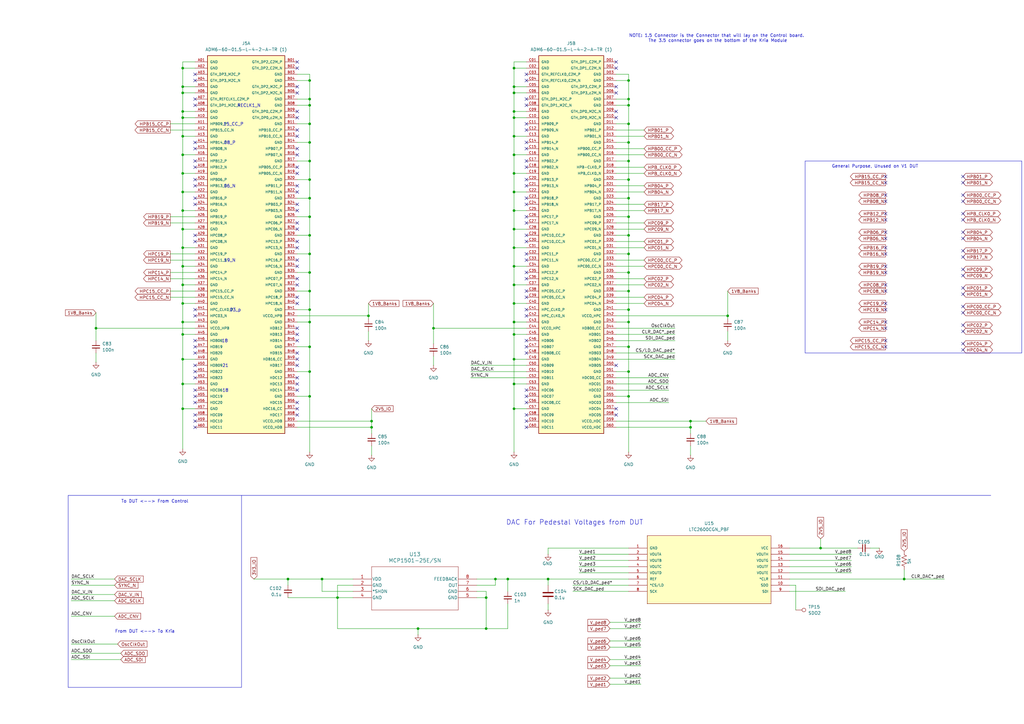
<source format=kicad_sch>
(kicad_sch (version 20250114) (generator "eeschema") (generator_version "9.0")
  (paper "A3")
  (rectangle (start 27.94 203.2) (end 99.06 281.94))
  (rectangle (start 330.2 66.04) (end 419.1 144.78))
  (text "21" (at 92.456 150.114 0) (effects (font (size 1.27 1.27))))
  (text "From DUT <--> To Kria" (at 59.436 259.08 0) (effects (font (size 1.27 1.27))))
  (text "06_N" (at 94.234 76.454 0) (effects (font (size 1.27 1.27))))
  (text "03_p\n" (at 96.52 127.254 0) (effects (font (size 1.27 1.27))))
  (text "General Purpose, Unused on V1 DUT" (at 358.902 68.326 0) (effects (font (size 1.27 1.27))))
  (text "08_P" (at 94.234 58.674 0) (effects (font (size 1.27 1.27))))
  (text "18" (at 92.202 139.954 0) (effects (font (size 1.27 1.27))))
  (text "NOTE: 1.5 Connector is the Connector that will lay on the Control board. \nThe 3.5 connector goes on the bottom of the Kria Module" (at 294.386 15.748 0) (effects (font (size 1.27 1.27))))
  (text "19_N" (at 94.234 106.934 0) (effects (font (size 1.27 1.27))))
  (text "15_CC_P\n" (at 95.758 51.054 0) (effects (font (size 1.27 1.27))))
  (text "18" (at 92.456 160.274 0) (effects (font (size 1.27 1.27))))
  (text "RECLK1_N" (at 102.108 43.434 0) (effects (font (size 1.27 1.27))))
  (text "To DUT <--> From Control" (at 63.5 205.74 0) (effects (font (size 1.27 1.27))))
  (text "DAC For Pedestal Voltages from DUT" (at 235.712 214.376 0) (effects (font (size 2 2))))
  (junction (at 210.82 78.74))
  (junction (at 210.82 86.36))
  (junction (at 74.93 109.22))
  (junction (at 171.45 257.81))
  (junction (at 74.93 27.94))
  (junction (at 177.8 134.62))
  (junction (at 74.93 93.98))
  (junction (at 257.81 104.14))
  (junction (at 74.93 132.08))
  (junction (at 152.4 175.26))
  (junction (at 210.82 55.88))
  (junction (at 74.93 124.46))
  (junction (at 39.37 134.62))
  (junction (at 208.28 237.49))
  (junction (at 210.82 124.46))
  (junction (at 74.93 48.26))
  (junction (at 210.82 167.64))
  (junction (at 257.81 127))
  (junction (at 127 58.42))
  (junction (at 257.81 119.38))
  (junction (at 199.39 257.81))
  (junction (at 210.82 137.16))
  (junction (at 127 111.76))
  (junction (at 127 81.28))
  (junction (at 127 127))
  (junction (at 74.93 137.16))
  (junction (at 74.93 167.64))
  (junction (at 210.82 71.12))
  (junction (at 257.81 152.4))
  (junction (at 210.82 109.22))
  (junction (at 210.82 93.98))
  (junction (at 257.81 40.64))
  (junction (at 257.81 58.42))
  (junction (at 210.82 157.48))
  (junction (at 138.43 245.11))
  (junction (at 210.82 63.5))
  (junction (at 199.39 245.11))
  (junction (at 151.13 129.54))
  (junction (at 132.08 237.49))
  (junction (at 257.81 43.18))
  (junction (at 127 152.4))
  (junction (at 74.93 86.36))
  (junction (at 74.93 147.32))
  (junction (at 210.82 35.56))
  (junction (at 257.81 96.52))
  (junction (at 127 43.18))
  (junction (at 127 132.08))
  (junction (at 257.81 81.28))
  (junction (at 257.81 33.02))
  (junction (at 74.93 38.1))
  (junction (at 127 66.04))
  (junction (at 127 162.56))
  (junction (at 127 104.14))
  (junction (at 210.82 147.32))
  (junction (at 127 119.38))
  (junction (at 283.21 175.26))
  (junction (at 74.93 63.5))
  (junction (at 74.93 35.56))
  (junction (at 257.81 50.8))
  (junction (at 74.93 78.74))
  (junction (at 210.82 27.94))
  (junction (at 370.84 237.49))
  (junction (at 210.82 116.84))
  (junction (at 127 96.52))
  (junction (at 283.21 172.72))
  (junction (at 152.4 172.72))
  (junction (at 257.81 162.56))
  (junction (at 127 88.9))
  (junction (at 336.55 224.79))
  (junction (at 74.93 101.6))
  (junction (at 257.81 66.04))
  (junction (at 127 142.24))
  (junction (at 74.93 157.48))
  (junction (at 224.79 237.49))
  (junction (at 257.81 142.24))
  (junction (at 257.81 73.66))
  (junction (at 74.93 71.12))
  (junction (at 210.82 48.26))
  (junction (at 127 33.02))
  (junction (at 74.93 45.72))
  (junction (at 257.81 132.08))
  (junction (at 298.45 129.54))
  (junction (at 127 73.66))
  (junction (at 203.2 237.49))
  (junction (at 127 40.64))
  (junction (at 257.81 111.76))
  (junction (at 74.93 55.88))
  (junction (at 210.82 38.1))
  (junction (at 210.82 45.72))
  (junction (at 127 50.8))
  (junction (at 210.82 132.08))
  (junction (at 118.11 237.49))
  (junction (at 257.81 88.9))
  (junction (at 210.82 101.6))
  (junction (at 74.93 116.84))
  (no_connect (at 215.9 127))
  (no_connect (at 121.92 137.16))
  (no_connect (at 252.73 170.18))
  (no_connect (at 215.9 83.82))
  (no_connect (at 252.73 45.72))
  (no_connect (at 394.97 135.89))
  (no_connect (at 252.73 167.64))
  (no_connect (at 80.01 68.58))
  (no_connect (at 215.9 60.96))
  (no_connect (at 80.01 33.02))
  (no_connect (at 121.92 27.94))
  (no_connect (at 80.01 172.72))
  (no_connect (at 215.9 106.68))
  (no_connect (at 363.22 116.84))
  (no_connect (at 80.01 76.2))
  (no_connect (at 394.97 82.55))
  (no_connect (at 121.92 101.6))
  (no_connect (at 80.01 152.4))
  (no_connect (at 80.01 142.24))
  (no_connect (at 215.9 160.02))
  (no_connect (at 363.22 132.08))
  (no_connect (at 80.01 127))
  (no_connect (at 121.92 167.64))
  (no_connect (at 363.22 134.62))
  (no_connect (at 121.92 106.68))
  (no_connect (at 215.9 43.18))
  (no_connect (at 80.01 43.18))
  (no_connect (at 215.9 170.18))
  (no_connect (at 121.92 38.1))
  (no_connect (at 121.92 83.82))
  (no_connect (at 80.01 60.96))
  (no_connect (at 252.73 48.26))
  (no_connect (at 394.97 97.79))
  (no_connect (at 121.92 91.44))
  (no_connect (at 252.73 38.1))
  (no_connect (at 363.22 72.39))
  (no_connect (at 121.92 109.22))
  (no_connect (at 394.97 95.25))
  (no_connect (at 80.01 162.56))
  (no_connect (at 215.9 129.54))
  (no_connect (at 121.92 35.56))
  (no_connect (at 121.92 55.88))
  (no_connect (at 121.92 121.92))
  (no_connect (at 121.92 71.12))
  (no_connect (at 215.9 175.26))
  (no_connect (at 121.92 116.84))
  (no_connect (at 121.92 160.02))
  (no_connect (at 215.9 88.9))
  (no_connect (at 121.92 144.78))
  (no_connect (at 394.97 102.87))
  (no_connect (at 394.97 133.35))
  (no_connect (at 394.97 87.63))
  (no_connect (at 363.22 90.17))
  (no_connect (at 121.92 68.58))
  (no_connect (at 215.9 111.76))
  (no_connect (at 121.92 93.98))
  (no_connect (at 215.9 119.38))
  (no_connect (at 394.97 125.73))
  (no_connect (at 215.9 66.04))
  (no_connect (at 215.9 114.3))
  (no_connect (at 121.92 60.96))
  (no_connect (at 80.01 144.78))
  (no_connect (at 121.92 99.06))
  (no_connect (at 394.97 90.17))
  (no_connect (at 363.22 127))
  (no_connect (at 215.9 121.92))
  (no_connect (at 363.22 109.22))
  (no_connect (at 363.22 87.63))
  (no_connect (at 394.97 120.65))
  (no_connect (at 80.01 96.52))
  (no_connect (at 80.01 58.42))
  (no_connect (at 363.22 80.01))
  (no_connect (at 252.73 149.86))
  (no_connect (at 121.92 147.32))
  (no_connect (at 215.9 73.66))
  (no_connect (at 394.97 140.97))
  (no_connect (at 363.22 95.25))
  (no_connect (at 80.01 149.86))
  (no_connect (at 394.97 113.03))
  (no_connect (at 121.92 165.1))
  (no_connect (at 121.92 86.36))
  (no_connect (at 121.92 157.48))
  (no_connect (at 121.92 48.26))
  (no_connect (at 215.9 40.64))
  (no_connect (at 215.9 33.02))
  (no_connect (at 121.92 25.4))
  (no_connect (at 363.22 139.7))
  (no_connect (at 252.73 35.56))
  (no_connect (at 394.97 80.01))
  (no_connect (at 215.9 68.58))
  (no_connect (at 215.9 172.72))
  (no_connect (at 363.22 142.24))
  (no_connect (at 121.92 114.3))
  (no_connect (at 394.97 74.93))
  (no_connect (at 363.22 104.14))
  (no_connect (at 121.92 170.18))
  (no_connect (at 215.9 76.2))
  (no_connect (at 121.92 63.5))
  (no_connect (at 215.9 81.28))
  (no_connect (at 394.97 110.49))
  (no_connect (at 121.92 45.72))
  (no_connect (at 363.22 101.6))
  (no_connect (at 80.01 66.04))
  (no_connect (at 121.92 139.7))
  (no_connect (at 363.22 111.76))
  (no_connect (at 215.9 165.1))
  (no_connect (at 80.01 129.54))
  (no_connect (at 252.73 27.94))
  (no_connect (at 215.9 99.06))
  (no_connect (at 215.9 162.56))
  (no_connect (at 215.9 104.14))
  (no_connect (at 363.22 82.55))
  (no_connect (at 363.22 124.46))
  (no_connect (at 215.9 144.78))
  (no_connect (at 80.01 139.7))
  (no_connect (at 121.92 134.62))
  (no_connect (at 215.9 58.42))
  (no_connect (at 80.01 73.66))
  (no_connect (at 394.97 128.27))
  (no_connect (at 215.9 50.8))
  (no_connect (at 121.92 154.94))
  (no_connect (at 394.97 118.11))
  (no_connect (at 252.73 25.4))
  (no_connect (at 363.22 74.93))
  (no_connect (at 215.9 96.52))
  (no_connect (at 80.01 30.48))
  (no_connect (at 394.97 105.41))
  (no_connect (at 121.92 76.2))
  (no_connect (at 394.97 72.39))
  (no_connect (at 363.22 97.79))
  (no_connect (at 121.92 78.74))
  (no_connect (at 80.01 83.82))
  (no_connect (at 80.01 154.94))
  (no_connect (at 215.9 53.34))
  (no_connect (at 363.22 119.38))
  (no_connect (at 121.92 149.86))
  (no_connect (at 215.9 139.7))
  (no_connect (at 121.92 53.34))
  (no_connect (at 80.01 175.26))
  (no_connect (at 215.9 91.44))
  (no_connect (at 80.01 81.28))
  (no_connect (at 80.01 40.64))
  (no_connect (at 80.01 170.18))
  (no_connect (at 394.97 143.51))
  (no_connect (at 80.01 160.02))
  (no_connect (at 215.9 142.24))
  (no_connect (at 80.01 99.06))
  (no_connect (at 121.92 124.46))
  (no_connect (at 80.01 165.1))
  (no_connect (at 215.9 30.48))
  (wire (pts (xy 118.11 237.49) (xy 132.08 237.49)))
  (wire (pts (xy 370.84 237.49) (xy 387.35 237.49)))
  (wire (pts (xy 74.93 78.74) (xy 74.93 86.36)))
  (wire (pts (xy 250.19 257.81) (xy 262.89 257.81)))
  (wire (pts (xy 127 127) (xy 121.92 127)))
  (wire (pts (xy 203.2 240.03) (xy 203.2 237.49)))
  (wire (pts (xy 237.49 232.41) (xy 257.81 232.41)))
  (wire (pts (xy 210.82 78.74) (xy 210.82 86.36)))
  (wire (pts (xy 252.73 144.78) (xy 276.86 144.78)))
  (wire (pts (xy 39.37 144.78) (xy 39.37 148.59)))
  (wire (pts (xy 210.82 45.72) (xy 210.82 48.26)))
  (wire (pts (xy 210.82 71.12) (xy 215.9 71.12)))
  (wire (pts (xy 127 50.8) (xy 121.92 50.8)))
  (wire (pts (xy 210.82 137.16) (xy 210.82 147.32)))
  (wire (pts (xy 210.82 132.08) (xy 215.9 132.08)))
  (wire (pts (xy 252.73 160.02) (xy 274.32 160.02)))
  (wire (pts (xy 127 132.08) (xy 127 142.24)))
  (wire (pts (xy 121.92 172.72) (xy 152.4 172.72)))
  (wire (pts (xy 127 50.8) (xy 127 58.42)))
  (wire (pts (xy 74.93 157.48) (xy 74.93 167.64)))
  (wire (pts (xy 237.49 234.95) (xy 257.81 234.95)))
  (wire (pts (xy 252.73 154.94) (xy 274.32 154.94)))
  (wire (pts (xy 252.73 139.7) (xy 276.86 139.7)))
  (wire (pts (xy 127 142.24) (xy 127 152.4)))
  (wire (pts (xy 257.81 30.48) (xy 257.81 33.02)))
  (wire (pts (xy 252.73 137.16) (xy 276.86 137.16)))
  (wire (pts (xy 224.79 224.79) (xy 257.81 224.79)))
  (wire (pts (xy 121.92 175.26) (xy 152.4 175.26)))
  (wire (pts (xy 252.73 172.72) (xy 283.21 172.72)))
  (wire (pts (xy 29.21 240.03) (xy 46.99 240.03)))
  (wire (pts (xy 177.8 146.05) (xy 177.8 149.86)))
  (wire (pts (xy 252.73 116.84) (xy 264.16 116.84)))
  (wire (pts (xy 210.82 124.46) (xy 215.9 124.46)))
  (wire (pts (xy 252.73 53.34) (xy 264.16 53.34)))
  (wire (pts (xy 69.85 114.3) (xy 80.01 114.3)))
  (wire (pts (xy 257.81 111.76) (xy 252.73 111.76)))
  (wire (pts (xy 210.82 147.32) (xy 215.9 147.32)))
  (wire (pts (xy 283.21 182.88) (xy 283.21 186.69)))
  (wire (pts (xy 74.93 38.1) (xy 80.01 38.1)))
  (wire (pts (xy 74.93 86.36) (xy 74.93 93.98)))
  (wire (pts (xy 127 104.14) (xy 127 111.76)))
  (wire (pts (xy 193.04 154.94) (xy 215.9 154.94)))
  (wire (pts (xy 210.82 38.1) (xy 210.82 45.72)))
  (wire (pts (xy 252.73 78.74) (xy 264.16 78.74)))
  (wire (pts (xy 74.93 93.98) (xy 74.93 101.6)))
  (wire (pts (xy 127 40.64) (xy 127 43.18)))
  (wire (pts (xy 74.93 35.56) (xy 80.01 35.56)))
  (wire (pts (xy 144.78 242.57) (xy 132.08 242.57)))
  (wire (pts (xy 29.21 252.73) (xy 46.99 252.73)))
  (wire (pts (xy 252.73 76.2) (xy 264.16 76.2)))
  (wire (pts (xy 127 43.18) (xy 127 50.8)))
  (wire (pts (xy 208.28 237.49) (xy 208.28 242.57)))
  (wire (pts (xy 69.85 53.34) (xy 80.01 53.34)))
  (wire (pts (xy 257.81 81.28) (xy 257.81 88.9)))
  (wire (pts (xy 257.81 152.4) (xy 257.81 162.56)))
  (wire (pts (xy 171.45 257.81) (xy 138.43 257.81)))
  (wire (pts (xy 171.45 257.81) (xy 171.45 260.35)))
  (wire (pts (xy 257.81 88.9) (xy 252.73 88.9)))
  (wire (pts (xy 39.37 134.62) (xy 39.37 139.7)))
  (wire (pts (xy 74.93 45.72) (xy 80.01 45.72)))
  (wire (pts (xy 210.82 35.56) (xy 210.82 38.1)))
  (wire (pts (xy 74.93 48.26) (xy 74.93 55.88)))
  (wire (pts (xy 234.95 240.03) (xy 257.81 240.03)))
  (wire (pts (xy 210.82 116.84) (xy 210.82 124.46)))
  (wire (pts (xy 127 152.4) (xy 127 162.56)))
  (wire (pts (xy 74.93 55.88) (xy 74.93 63.5)))
  (wire (pts (xy 257.81 33.02) (xy 252.73 33.02)))
  (wire (pts (xy 127 132.08) (xy 121.92 132.08)))
  (wire (pts (xy 224.79 247.65) (xy 224.79 250.19)))
  (wire (pts (xy 210.82 157.48) (xy 215.9 157.48)))
  (wire (pts (xy 323.85 227.33) (xy 349.25 227.33)))
  (wire (pts (xy 29.21 237.49) (xy 46.99 237.49)))
  (wire (pts (xy 29.21 270.51) (xy 49.53 270.51)))
  (wire (pts (xy 224.79 237.49) (xy 257.81 237.49)))
  (wire (pts (xy 323.85 242.57) (xy 346.71 242.57)))
  (wire (pts (xy 326.39 240.03) (xy 323.85 240.03)))
  (wire (pts (xy 252.73 101.6) (xy 264.16 101.6)))
  (wire (pts (xy 199.39 242.57) (xy 199.39 245.11)))
  (wire (pts (xy 210.82 93.98) (xy 215.9 93.98)))
  (wire (pts (xy 252.73 55.88) (xy 264.16 55.88)))
  (wire (pts (xy 210.82 27.94) (xy 210.82 35.56)))
  (wire (pts (xy 69.85 106.68) (xy 80.01 106.68)))
  (wire (pts (xy 152.4 182.88) (xy 152.4 186.69)))
  (wire (pts (xy 257.81 73.66) (xy 252.73 73.66)))
  (wire (pts (xy 127 81.28) (xy 121.92 81.28)))
  (wire (pts (xy 289.56 172.72) (xy 283.21 172.72)))
  (wire (pts (xy 74.93 116.84) (xy 74.93 124.46)))
  (wire (pts (xy 151.13 135.89) (xy 151.13 139.7)))
  (wire (pts (xy 127 162.56) (xy 127 185.42)))
  (wire (pts (xy 210.82 109.22) (xy 210.82 116.84)))
  (wire (pts (xy 199.39 245.11) (xy 199.39 257.81)))
  (wire (pts (xy 257.81 152.4) (xy 252.73 152.4)))
  (wire (pts (xy 252.73 71.12) (xy 264.16 71.12)))
  (wire (pts (xy 151.13 124.46) (xy 151.13 129.54)))
  (wire (pts (xy 210.82 157.48) (xy 210.82 167.64)))
  (wire (pts (xy 210.82 27.94) (xy 215.9 27.94)))
  (wire (pts (xy 257.81 111.76) (xy 257.81 119.38)))
  (wire (pts (xy 210.82 101.6) (xy 210.82 109.22)))
  (wire (pts (xy 257.81 104.14) (xy 257.81 111.76)))
  (wire (pts (xy 74.93 71.12) (xy 74.93 78.74)))
  (wire (pts (xy 252.73 91.44) (xy 264.16 91.44)))
  (wire (pts (xy 74.93 124.46) (xy 74.93 132.08)))
  (wire (pts (xy 127 88.9) (xy 121.92 88.9)))
  (wire (pts (xy 132.08 237.49) (xy 144.78 237.49)))
  (wire (pts (xy 257.81 66.04) (xy 257.81 73.66)))
  (wire (pts (xy 250.19 273.05) (xy 262.89 273.05)))
  (wire (pts (xy 74.93 78.74) (xy 80.01 78.74)))
  (wire (pts (xy 210.82 35.56) (xy 215.9 35.56)))
  (wire (pts (xy 252.73 86.36) (xy 264.16 86.36)))
  (wire (pts (xy 298.45 129.54) (xy 298.45 130.81)))
  (wire (pts (xy 104.14 237.49) (xy 118.11 237.49)))
  (wire (pts (xy 298.45 135.89) (xy 298.45 139.7)))
  (wire (pts (xy 127 96.52) (xy 121.92 96.52)))
  (wire (pts (xy 177.8 134.62) (xy 215.9 134.62)))
  (wire (pts (xy 257.81 81.28) (xy 252.73 81.28)))
  (wire (pts (xy 138.43 240.03) (xy 144.78 240.03)))
  (wire (pts (xy 252.73 63.5) (xy 264.16 63.5)))
  (wire (pts (xy 203.2 237.49) (xy 208.28 237.49)))
  (wire (pts (xy 74.93 137.16) (xy 80.01 137.16)))
  (wire (pts (xy 210.82 101.6) (xy 215.9 101.6)))
  (wire (pts (xy 127 33.02) (xy 127 40.64)))
  (wire (pts (xy 283.21 175.26) (xy 283.21 172.72)))
  (wire (pts (xy 74.93 55.88) (xy 80.01 55.88)))
  (wire (pts (xy 127 142.24) (xy 121.92 142.24)))
  (wire (pts (xy 127 66.04) (xy 121.92 66.04)))
  (wire (pts (xy 177.8 124.46) (xy 177.8 134.62)))
  (wire (pts (xy 127 58.42) (xy 121.92 58.42)))
  (wire (pts (xy 323.85 229.87) (xy 349.25 229.87)))
  (wire (pts (xy 250.19 265.43) (xy 262.89 265.43)))
  (wire (pts (xy 152.4 175.26) (xy 152.4 177.8)))
  (wire (pts (xy 336.55 224.79) (xy 351.79 224.79)))
  (wire (pts (xy 127 162.56) (xy 121.92 162.56)))
  (wire (pts (xy 257.81 30.48) (xy 252.73 30.48)))
  (wire (pts (xy 74.93 167.64) (xy 74.93 184.15)))
  (wire (pts (xy 121.92 129.54) (xy 151.13 129.54)))
  (wire (pts (xy 210.82 137.16) (xy 215.9 137.16)))
  (wire (pts (xy 74.93 93.98) (xy 80.01 93.98)))
  (wire (pts (xy 177.8 134.62) (xy 177.8 140.97)))
  (wire (pts (xy 210.82 38.1) (xy 215.9 38.1)))
  (wire (pts (xy 257.81 142.24) (xy 257.81 152.4)))
  (wire (pts (xy 257.81 73.66) (xy 257.81 81.28)))
  (wire (pts (xy 356.87 224.79) (xy 360.68 224.79)))
  (wire (pts (xy 127 33.02) (xy 121.92 33.02)))
  (wire (pts (xy 210.82 86.36) (xy 210.82 93.98)))
  (wire (pts (xy 257.81 88.9) (xy 257.81 96.52)))
  (wire (pts (xy 208.28 257.81) (xy 199.39 257.81)))
  (wire (pts (xy 127 88.9) (xy 127 96.52)))
  (wire (pts (xy 127 30.48) (xy 121.92 30.48)))
  (wire (pts (xy 127 40.64) (xy 121.92 40.64)))
  (wire (pts (xy 29.21 264.16) (xy 48.26 264.16)))
  (wire (pts (xy 127 119.38) (xy 127 127)))
  (wire (pts (xy 210.82 86.36) (xy 215.9 86.36)))
  (wire (pts (xy 69.85 104.14) (xy 80.01 104.14)))
  (wire (pts (xy 127 152.4) (xy 121.92 152.4)))
  (wire (pts (xy 257.81 96.52) (xy 252.73 96.52)))
  (wire (pts (xy 252.73 165.1) (xy 274.32 165.1)))
  (wire (pts (xy 224.79 227.33) (xy 224.79 224.79)))
  (wire (pts (xy 69.85 111.76) (xy 80.01 111.76)))
  (wire (pts (xy 127 119.38) (xy 121.92 119.38)))
  (wire (pts (xy 257.81 40.64) (xy 257.81 43.18)))
  (wire (pts (xy 210.82 109.22) (xy 215.9 109.22)))
  (wire (pts (xy 127 111.76) (xy 127 119.38)))
  (wire (pts (xy 237.49 227.33) (xy 257.81 227.33)))
  (wire (pts (xy 252.73 175.26) (xy 283.21 175.26)))
  (wire (pts (xy 323.85 237.49) (xy 370.84 237.49)))
  (wire (pts (xy 250.19 280.67) (xy 262.89 280.67)))
  (wire (pts (xy 252.73 129.54) (xy 298.45 129.54)))
  (wire (pts (xy 74.93 137.16) (xy 74.93 147.32)))
  (wire (pts (xy 252.73 99.06) (xy 264.16 99.06)))
  (wire (pts (xy 210.82 63.5) (xy 215.9 63.5)))
  (wire (pts (xy 210.82 124.46) (xy 210.82 132.08)))
  (wire (pts (xy 127 73.66) (xy 121.92 73.66)))
  (wire (pts (xy 127 66.04) (xy 127 73.66)))
  (wire (pts (xy 74.93 124.46) (xy 80.01 124.46)))
  (wire (pts (xy 132.08 242.57) (xy 132.08 237.49)))
  (wire (pts (xy 127 111.76) (xy 121.92 111.76)))
  (wire (pts (xy 74.93 132.08) (xy 74.93 137.16)))
  (wire (pts (xy 257.81 162.56) (xy 257.81 185.42)))
  (wire (pts (xy 326.39 240.03) (xy 326.39 250.19)))
  (wire (pts (xy 69.85 121.92) (xy 80.01 121.92)))
  (wire (pts (xy 138.43 245.11) (xy 144.78 245.11)))
  (wire (pts (xy 252.73 114.3) (xy 264.16 114.3)))
  (wire (pts (xy 234.95 242.57) (xy 257.81 242.57)))
  (wire (pts (xy 127 127) (xy 127 132.08)))
  (wire (pts (xy 252.73 68.58) (xy 264.16 68.58)))
  (wire (pts (xy 29.21 246.38) (xy 46.99 246.38)))
  (wire (pts (xy 224.79 237.49) (xy 224.79 240.03)))
  (wire (pts (xy 74.93 38.1) (xy 74.93 45.72)))
  (wire (pts (xy 127 104.14) (xy 121.92 104.14)))
  (wire (pts (xy 257.81 58.42) (xy 252.73 58.42)))
  (wire (pts (xy 257.81 132.08) (xy 257.81 142.24)))
  (wire (pts (xy 74.93 45.72) (xy 74.93 48.26)))
  (wire (pts (xy 283.21 175.26) (xy 283.21 177.8)))
  (wire (pts (xy 39.37 128.27) (xy 39.37 134.62)))
  (wire (pts (xy 210.82 48.26) (xy 210.82 55.88)))
  (wire (pts (xy 210.82 25.4) (xy 210.82 27.94)))
  (wire (pts (xy 151.13 129.54) (xy 151.13 130.81)))
  (wire (pts (xy 29.21 267.97) (xy 49.53 267.97)))
  (wire (pts (xy 195.58 237.49) (xy 203.2 237.49)))
  (wire (pts (xy 257.81 132.08) (xy 252.73 132.08)))
  (polyline (pts (xy 99.06 203.2) (xy 406.4 203.2)))
  (wire (pts (xy 252.73 60.96) (xy 264.16 60.96)))
  (wire (pts (xy 336.55 220.98) (xy 336.55 224.79)))
  (wire (pts (xy 252.73 109.22) (xy 264.16 109.22)))
  (wire (pts (xy 127 73.66) (xy 127 81.28)))
  (wire (pts (xy 74.93 27.94) (xy 74.93 35.56)))
  (wire (pts (xy 210.82 167.64) (xy 210.82 185.42)))
  (wire (pts (xy 208.28 237.49) (xy 224.79 237.49)))
  (wire (pts (xy 257.81 40.64) (xy 252.73 40.64)))
  (wire (pts (xy 210.82 25.4) (xy 215.9 25.4)))
  (wire (pts (xy 257.81 50.8) (xy 257.81 58.42)))
  (wire (pts (xy 138.43 257.81) (xy 138.43 245.11)))
  (wire (pts (xy 210.82 71.12) (xy 210.82 78.74)))
  (wire (pts (xy 74.93 25.4) (xy 74.93 27.94)))
  (wire (pts (xy 252.73 157.48) (xy 274.32 157.48)))
  (wire (pts (xy 323.85 224.79) (xy 336.55 224.79)))
  (wire (pts (xy 252.73 83.82) (xy 264.16 83.82)))
  (wire (pts (xy 252.73 134.62) (xy 276.86 134.62)))
  (wire (pts (xy 74.93 63.5) (xy 74.93 71.12)))
  (wire (pts (xy 152.4 175.26) (xy 152.4 172.72)))
  (wire (pts (xy 210.82 55.88) (xy 215.9 55.88)))
  (wire (pts (xy 195.58 242.57) (xy 199.39 242.57)))
  (wire (pts (xy 210.82 116.84) (xy 215.9 116.84)))
  (wire (pts (xy 210.82 45.72) (xy 215.9 45.72)))
  (wire (pts (xy 74.93 167.64) (xy 80.01 167.64)))
  (wire (pts (xy 127 81.28) (xy 127 88.9)))
  (wire (pts (xy 252.73 106.68) (xy 264.16 106.68)))
  (wire (pts (xy 195.58 245.11) (xy 199.39 245.11)))
  (wire (pts (xy 252.73 93.98) (xy 264.16 93.98)))
  (wire (pts (xy 193.04 149.86) (xy 215.9 149.86)))
  (wire (pts (xy 252.73 121.92) (xy 264.16 121.92)))
  (wire (pts (xy 210.82 55.88) (xy 210.82 63.5)))
  (wire (pts (xy 257.81 58.42) (xy 257.81 66.04)))
  (wire (pts (xy 298.45 119.38) (xy 298.45 129.54)))
  (wire (pts (xy 257.81 43.18) (xy 252.73 43.18)))
  (wire (pts (xy 210.82 167.64) (xy 215.9 167.64)))
  (wire (pts (xy 257.81 119.38) (xy 252.73 119.38)))
  (wire (pts (xy 74.93 86.36) (xy 80.01 86.36)))
  (wire (pts (xy 74.93 109.22) (xy 74.93 116.84)))
  (wire (pts (xy 69.85 91.44) (xy 80.01 91.44)))
  (wire (pts (xy 74.93 27.94) (xy 80.01 27.94)))
  (wire (pts (xy 257.81 162.56) (xy 252.73 162.56)))
  (wire (pts (xy 257.81 127) (xy 257.81 132.08)))
  (wire (pts (xy 69.85 50.8) (xy 80.01 50.8)))
  (wire (pts (xy 210.82 147.32) (xy 210.82 157.48)))
  (wire (pts (xy 74.93 132.08) (xy 80.01 132.08)))
  (wire (pts (xy 127 58.42) (xy 127 66.04)))
  (wire (pts (xy 74.93 157.48) (xy 80.01 157.48)))
  (wire (pts (xy 193.04 152.4) (xy 215.9 152.4)))
  (wire (pts (xy 138.43 245.11) (xy 138.43 240.03)))
  (wire (pts (xy 74.93 101.6) (xy 80.01 101.6)))
  (wire (pts (xy 252.73 124.46) (xy 264.16 124.46)))
  (wire (pts (xy 152.4 167.64) (xy 152.4 172.72)))
  (wire (pts (xy 171.45 257.81) (xy 199.39 257.81)))
  (wire (pts (xy 257.81 96.52) (xy 257.81 104.14)))
  (wire (pts (xy 257.81 119.38) (xy 257.81 127)))
  (wire (pts (xy 237.49 229.87) (xy 257.81 229.87)))
  (wire (pts (xy 74.93 147.32) (xy 74.93 157.48)))
  (wire (pts (xy 127 96.52) (xy 127 104.14)))
  (wire (pts (xy 74.93 109.22) (xy 80.01 109.22)))
  (wire (pts (xy 257.81 66.04) (xy 252.73 66.04)))
  (wire (pts (xy 118.11 237.49) (xy 118.11 240.03)))
  (wire (pts (xy 257.81 104.14) (xy 252.73 104.14)))
  (wire (pts (xy 257.81 142.24) (xy 252.73 142.24)))
  (wire (pts (xy 257.81 127) (xy 252.73 127)))
  (wire (pts (xy 257.81 50.8) (xy 252.73 50.8)))
  (wire (pts (xy 250.19 262.89) (xy 262.89 262.89)))
  (wire (pts (xy 210.82 132.08) (xy 210.82 137.16)))
  (wire (pts (xy 74.93 101.6) (xy 74.93 109.22)))
  (wire (pts (xy 69.85 88.9) (xy 80.01 88.9)))
  (wire (pts (xy 118.11 245.11) (xy 138.43 245.11)))
  (wire (pts (xy 210.82 78.74) (xy 215.9 78.74)))
  (wire (pts (xy 257.81 43.18) (xy 257.81 50.8)))
  (wire (pts (xy 208.28 247.65) (xy 208.28 257.81)))
  (wire (pts (xy 74.93 25.4) (xy 80.01 25.4)))
  (wire (pts (xy 195.58 240.03) (xy 203.2 240.03)))
  (wire (pts (xy 29.21 243.84) (xy 46.99 243.84)))
  (wire (pts (xy 250.19 278.13) (xy 262.89 278.13)))
  (wire (pts (xy 210.82 93.98) (xy 210.82 101.6)))
  (wire (pts (xy 74.93 48.26) (xy 80.01 48.26)))
  (wire (pts (xy 127 43.18) (xy 121.92 43.18)))
  (wire (pts (xy 74.93 35.56) (xy 74.93 38.1)))
  (wire (pts (xy 323.85 232.41) (xy 349.25 232.41)))
  (wire (pts (xy 250.19 270.51) (xy 262.89 270.51)))
  (wire (pts (xy 210.82 63.5) (xy 210.82 71.12)))
  (wire (pts (xy 74.93 63.5) (xy 80.01 63.5)))
  (wire (pts (xy 210.82 48.26) (xy 215.9 48.26)))
  (wire (pts (xy 257.81 33.02) (xy 257.81 40.64)))
  (wire (pts (xy 127 30.48) (xy 127 33.02)))
  (wire (pts (xy 69.85 119.38) (xy 80.01 119.38)))
  (wire (pts (xy 250.19 255.27) (xy 262.89 255.27)))
  (wire (pts (xy 74.93 116.84) (xy 80.01 116.84)))
  (wire (pts (xy 323.85 234.95) (xy 349.25 234.95)))
  (wire (pts (xy 252.73 147.32) (xy 276.86 147.32)))
  (wire (pts (xy 74.93 71.12) (xy 80.01 71.12)))
  (wire (pts (xy 39.37 134.62) (xy 80.01 134.62)))
  (wire (pts (xy 370.84 233.68) (xy 370.84 237.49)))
  (wire (pts (xy 74.93 147.32) (xy 80.01 147.32)))
  (label "V_ped2" (at 237.49 229.87 0))
  (label "V_ped5" (at 349.25 234.95 180))
  (label "CLR_DAC*_ped" (at 387.35 237.49 180))
  (label "SCK_DAC_ped" (at 234.95 242.57 0))
  (label "OscClkOut" (at 29.21 264.16 0))
  (label "V_ped4" (at 237.49 234.95 0))
  (label "V_ped6" (at 262.89 262.89 180))
  (label "SYNC_N" (at 29.21 240.03 0))
  (label "DAC_V_IN" (at 29.21 243.84 0))
  (label "ADC_CNV" (at 29.21 252.73 0))
  (label "V_ped7" (at 349.25 229.87 180))
  (label "V_ped1" (at 237.49 227.33 0))
  (label "V_ped7" (at 262.89 257.81 180))
  (label "CLR_DAC*_ped" (at 276.86 137.16 180))
  (label "V_ped8" (at 349.25 227.33 180))
  (label "OscClkOut" (at 276.86 134.62 180))
  (label "ADC_SDI" (at 274.32 165.1 180))
  (label "ADC_SCLK" (at 274.32 160.02 180))
  (label "V_ped5" (at 262.89 265.43 180))
  (label "ADC_CNV" (at 274.32 154.94 180))
  (label "V_ped1" (at 262.89 280.67 180))
  (label "V_ped2" (at 262.89 278.13 180))
  (label "SCK_DAC_ped" (at 276.86 147.32 180))
  (label "SYNC_N" (at 193.04 154.94 0))
  (label "ADC_SDO" (at 274.32 157.48 180))
  (label "V_ped6" (at 349.25 232.41 180))
  (label "CS{slash}LD_DAC_ped*" (at 234.95 240.03 0))
  (label "V_ped3" (at 237.49 232.41 0))
  (label "ADC_SDO" (at 29.21 267.97 0))
  (label "V_ped4" (at 262.89 270.51 180))
  (label "DAC_SCLK" (at 29.21 237.49 0))
  (label "ADC_SDI" (at 29.21 270.51 0))
  (label "DAC_SCLK" (at 193.04 152.4 0))
  (label "CS{slash}LD_DAC_ped*" (at 276.86 144.78 180))
  (label "DAC_V_IN" (at 193.04 149.86 0))
  (label "V_ped8" (at 262.89 255.27 180))
  (label "SDI_DAC_ped" (at 276.86 139.7 180))
  (label "ADC_SCLK" (at 29.21 246.38 0))
  (label "SDI_DAC_ped" (at 346.71 242.57 180))
  (label "V_ped3" (at 262.89 273.05 180))
  (global_label "1V8_Banks" (shape input) (at 289.56 172.72 0) (property "Intersheetrefs" "${INTERSHEET_REFS}" (effects (hide yes))))
  (global_label "HPC04_P" (shape bidirectional) (at 264.16 121.92 0) (property "Intersheetrefs" "${INTERSHEET_REFS}" (effects (hide yes))))
  (global_label "HPB15_CC_P" (shape output) (at 69.85 50.8 180) (property "Intersheetrefs" "${INTERSHEET_REFS}" (effects (hide yes))))
  (global_label "HPC19_N" (shape output) (at 69.85 106.68 180) (property "Intersheetrefs" "${INTERSHEET_REFS}" (effects (hide yes))))
  (global_label "HPB15_CC_N" (shape output) (at 69.85 53.34 180) (property "Intersheetrefs" "${INTERSHEET_REFS}" (effects (hide yes))))
  (global_label "HPC02_N" (shape bidirectional) (at 394.97 135.89 0) (property "Intersheetrefs" "${INTERSHEET_REFS}" (effects (hide yes))))
  (global_label "HPB01_P" (shape bidirectional) (at 394.97 72.39 0) (property "Intersheetrefs" "${INTERSHEET_REFS}" (effects (hide yes))))
  (global_label "HPB_CLK0_P" (shape bidirectional) (at 394.97 87.63 0) (property "Intersheetrefs" "${INTERSHEET_REFS}" (effects (hide yes))))
  (global_label "HPC00_CC_P" (shape bidirectional) (at 394.97 125.73 0) (property "Intersheetrefs" "${INTERSHEET_REFS}" (effects (hide yes))))
  (global_label "HPC02_P" (shape bidirectional) (at 264.16 114.3 0) (property "Intersheetrefs" "${INTERSHEET_REFS}" (effects (hide yes))))
  (global_label "HPB_CLK0_P" (shape bidirectional) (at 264.16 68.58 0) (property "Intersheetrefs" "${INTERSHEET_REFS}" (effects (hide yes))))
  (global_label "SYNC_N" (shape input) (at 46.99 240.03 0) (property "Intersheetrefs" "${INTERSHEET_REFS}" (effects (hide yes))))
  (global_label "HPC09_N" (shape bidirectional) (at 394.97 113.03 0) (property "Intersheetrefs" "${INTERSHEET_REFS}" (effects (hide yes))))
  (global_label "1V8_Banks" (shape input) (at 298.45 119.38 0) (property "Intersheetrefs" "${INTERSHEET_REFS}" (effects (hide yes))))
  (global_label "3V3_IO" (shape input) (at 104.14 237.49 90) (property "Intersheetrefs" "${INTERSHEET_REFS}" (effects (hide yes))))
  (global_label "1V8_Banks" (shape input) (at 39.37 128.27 180) (property "Intersheetrefs" "${INTERSHEET_REFS}" (effects (hide yes))))
  (global_label "HPC04_N" (shape bidirectional) (at 264.16 124.46 0) (property "Intersheetrefs" "${INTERSHEET_REFS}" (effects (hide yes))))
  (global_label "V_ped5" (shape input) (at 250.19 265.43 180) (property "Intersheetrefs" "${INTERSHEET_REFS}" (effects (hide yes))))
  (global_label "ADC_SCLK" (shape input) (at 46.99 246.38 0) (property "Intersheetrefs" "${INTERSHEET_REFS}" (effects (hide yes))))
  (global_label "V_ped8" (shape input) (at 250.19 255.27 180) (property "Intersheetrefs" "${INTERSHEET_REFS}" (effects (hide yes))))
  (global_label "HPB17_N" (shape bidirectional) (at 394.97 105.41 0) (property "Intersheetrefs" "${INTERSHEET_REFS}" (effects (hide yes))))
  (global_label "HPB08_P" (shape output) (at 363.22 80.01 180) (property "Intersheetrefs" "${INTERSHEET_REFS}" (effects (hide yes))))
  (global_label "ADC_CNV" (shape input) (at 46.99 252.73 0) (property "Intersheetrefs" "${INTERSHEET_REFS}" (effects (hide yes))))
  (global_label "HPB19_N" (shape output) (at 363.22 111.76 180) (property "Intersheetrefs" "${INTERSHEET_REFS}" (effects (hide yes))))
  (global_label "ADC_SDO" (shape input) (at 49.53 267.97 0) (property "Intersheetrefs" "${INTERSHEET_REFS}" (effects (hide yes))))
  (global_label "HPB_CLK0_N" (shape bidirectional) (at 264.16 71.12 0) (property "Intersheetrefs" "${INTERSHEET_REFS}" (effects (hide yes))))
  (global_label "HPB01_N" (shape bidirectional) (at 264.16 55.88 0) (property "Intersheetrefs" "${INTERSHEET_REFS}" (effects (hide yes))))
  (global_label "HPC00_CC_N" (shape bidirectional) (at 394.97 128.27 0) (property "Intersheetrefs" "${INTERSHEET_REFS}" (effects (hide yes))))
  (global_label "V_ped1" (shape input) (at 250.19 280.67 180) (property "Intersheetrefs" "${INTERSHEET_REFS}" (effects (hide yes))))
  (global_label "HPB19_P" (shape output) (at 69.85 88.9 180) (property "Intersheetrefs" "${INTERSHEET_REFS}" (effects (hide yes))))
  (global_label "HPB16_P" (shape output) (at 363.22 101.6 180) (property "Intersheetrefs" "${INTERSHEET_REFS}" (effects (hide yes))))
  (global_label "HPC02_P" (shape bidirectional) (at 394.97 133.35 0) (property "Intersheetrefs" "${INTERSHEET_REFS}" (effects (hide yes))))
  (global_label "DAC_V_IN" (shape input) (at 46.99 243.84 0) (property "Intersheetrefs" "${INTERSHEET_REFS}" (effects (hide yes))))
  (global_label "HPB01_N" (shape bidirectional) (at 394.97 74.93 0) (property "Intersheetrefs" "${INTERSHEET_REFS}" (effects (hide yes))))
  (global_label "1V8_Banks" (shape input) (at 177.8 124.46 180) (property "Intersheetrefs" "${INTERSHEET_REFS}" (effects (hide yes))))
  (global_label "HPC01_N" (shape bidirectional) (at 264.16 101.6 0) (property "Intersheetrefs" "${INTERSHEET_REFS}" (effects (hide yes))))
  (global_label "HPB19_N" (shape output) (at 69.85 91.44 180) (property "Intersheetrefs" "${INTERSHEET_REFS}" (effects (hide yes))))
  (global_label "HPB17_P" (shape bidirectional) (at 264.16 83.82 0) (property "Intersheetrefs" "${INTERSHEET_REFS}" (effects (hide yes))))
  (global_label "2V5_IO" (shape input) (at 152.4 167.64 0) (property "Intersheetrefs" "${INTERSHEET_REFS}" (effects (hide yes))))
  (global_label "V_ped6" (shape input) (at 250.19 262.89 180) (property "Intersheetrefs" "${INTERSHEET_REFS}" (effects (hide yes))))
  (global_label "V_ped3" (shape input) (at 250.19 273.05 180) (property "Intersheetrefs" "${INTERSHEET_REFS}" (effects (hide yes))))
  (global_label "HPB00_CC_P" (shape bidirectional) (at 264.16 60.96 0) (property "Intersheetrefs" "${INTERSHEET_REFS}" (effects (hide yes))))
  (global_label "HPB15_CC_P" (shape output) (at 363.22 72.39 180) (property "Intersheetrefs" "${INTERSHEET_REFS}" (effects (hide yes))))
  (global_label "HPC19_P" (shape output) (at 363.22 124.46 180) (property "Intersheetrefs" "${INTERSHEET_REFS}" (effects (hide yes))))
  (global_label "HPB12_P" (shape output) (at 363.22 87.63 180) (property "Intersheetrefs" "${INTERSHEET_REFS}" (effects (hide yes))))
  (global_label "HPB04_P" (shape bidirectional) (at 394.97 95.25 0) (property "Intersheetrefs" "${INTERSHEET_REFS}" (effects (hide yes))))
  (global_label "ADC_SDI" (shape input) (at 49.53 270.51 0) (property "Intersheetrefs" "${INTERSHEET_REFS}" (effects (hide yes))))
  (global_label "HPB04_N" (shape bidirectional) (at 394.97 97.79 0) (property "Intersheetrefs" "${INTERSHEET_REFS}" (effects (hide yes))))
  (global_label "V_ped4" (shape input) (at 250.19 270.51 180) (property "Intersheetrefs" "${INTERSHEET_REFS}" (effects (hide yes))))
  (global_label "HPC15_CC_P" (shape output) (at 363.22 139.7 180) (property "Intersheetrefs" "${INTERSHEET_REFS}" (effects (hide yes))))
  (global_label "HPB16_N" (shape output) (at 363.22 104.14 180) (property "Intersheetrefs" "${INTERSHEET_REFS}" (effects (hide yes))))
  (global_label "HPB01_P" (shape bidirectional) (at 264.16 53.34 0) (property "Intersheetrefs" "${INTERSHEET_REFS}" (effects (hide yes))))
  (global_label "HPB15_CC_N" (shape output) (at 363.22 74.93 180) (property "Intersheetrefs" "${INTERSHEET_REFS}" (effects (hide yes))))
  (global_label "HPB06_P" (shape output) (at 363.22 95.25 180) (property "Intersheetrefs" "${INTERSHEET_REFS}" (effects (hide yes))))
  (global_label "2V5_IO" (shape input) (at 336.55 220.98 90) (property "Intersheetrefs" "${INTERSHEET_REFS}" (effects (hide yes))))
  (global_label "HPC15_CC_N" (shape output) (at 69.85 121.92 180) (property "Intersheetrefs" "${INTERSHEET_REFS}" (effects (hide yes))))
  (global_label "HPC09_P" (shape bidirectional) (at 264.16 91.44 0) (property "Intersheetrefs" "${INTERSHEET_REFS}" (effects (hide yes))))
  (global_label "HPB12_N" (shape output) (at 363.22 90.17 180) (property "Intersheetrefs" "${INTERSHEET_REFS}" (effects (hide yes))))
  (global_label "HPC00_CC_P" (shape bidirectional) (at 264.16 106.68 0) (property "Intersheetrefs" "${INTERSHEET_REFS}" (effects (hide yes))))
  (global_label "HPB_CLK0_N" (shape bidirectional) (at 394.97 90.17 0) (property "Intersheetrefs" "${INTERSHEET_REFS}" (effects (hide yes))))
  (global_label "HPC15_CC_N" (shape output) (at 363.22 142.24 180) (property "Intersheetrefs" "${INTERSHEET_REFS}" (effects (hide yes))))
  (global_label "HPC01_P" (shape bidirectional) (at 264.16 99.06 0) (property "Intersheetrefs" "${INTERSHEET_REFS}" (effects (hide yes))))
  (global_label "HPC15_CC_P" (shape output) (at 69.85 119.38 180) (property "Intersheetrefs" "${INTERSHEET_REFS}" (effects (hide yes))))
  (global_label "V_ped2" (shape input) (at 250.19 278.13 180) (property "Intersheetrefs" "${INTERSHEET_REFS}" (effects (hide yes))))
  (global_label "HPB08_N" (shape output) (at 363.22 82.55 180) (property "Intersheetrefs" "${INTERSHEET_REFS}" (effects (hide yes))))
  (global_label "HPB06_N" (shape output) (at 363.22 97.79 180) (property "Intersheetrefs" "${INTERSHEET_REFS}" (effects (hide yes))))
  (global_label "HPC14_P" (shape output) (at 69.85 111.76 180) (property "Intersheetrefs" "${INTERSHEET_REFS}" (effects (hide yes))))
  (global_label "HPB04_N" (shape bidirectional) (at 264.16 78.74 0) (property "Intersheetrefs" "${INTERSHEET_REFS}" (effects (hide yes))))
  (global_label "HPC09_N" (shape bidirectional) (at 264.16 93.98 0) (property "Intersheetrefs" "${INTERSHEET_REFS}" (effects (hide yes))))
  (global_label "HPC14_N" (shape output) (at 363.22 134.62 180) (property "Intersheetrefs" "${INTERSHEET_REFS}" (effects (hide yes))))
  (global_label "HPB00_CC_N" (shape bidirectional) (at 394.97 82.55 0) (property "Intersheetrefs" "${INTERSHEET_REFS}" (effects (hide yes))))
  (global_label "HPB00_CC_N" (shape bidirectional) (at 264.16 63.5 0) (property "Intersheetrefs" "${INTERSHEET_REFS}" (effects (hide yes))))
  (global_label "HPC14_N" (shape output) (at 69.85 114.3 180) (property "Intersheetrefs" "${INTERSHEET_REFS}" (effects (hide yes))))
  (global_label "V_ped7" (shape input) (at 250.19 257.81 180) (property "Intersheetrefs" "${INTERSHEET_REFS}" (effects (hide yes))))
  (global_label "HPB17_N" (shape bidirectional) (at 264.16 86.36 0) (property "Intersheetrefs" "${INTERSHEET_REFS}" (effects (hide yes))))
  (global_label "HPC04_N" (shape bidirectional) (at 394.97 143.51 0) (property "Intersheetrefs" "${INTERSHEET_REFS}" (effects (hide yes))))
  (global_label "DAC_SCLK" (shape input) (at 46.99 237.49 0) (property "Intersheetrefs" "${INTERSHEET_REFS}" (effects (hide yes))))
  (global_label "HPC08_P" (shape output) (at 363.22 116.84 180) (property "Intersheetrefs" "${INTERSHEET_REFS}" (effects (hide yes))))
  (global_label "HPC04_P" (shape bidirectional) (at 394.97 140.97 0) (property "Intersheetrefs" "${INTERSHEET_REFS}" (effects (hide yes))))
  (global_label "HPB17_P" (shape bidirectional) (at 394.97 102.87 0) (property "Intersheetrefs" "${INTERSHEET_REFS}" (effects (hide yes))))
  (global_label "HPB19_P" (shape output) (at 363.22 109.22 180) (property "Intersheetrefs" "${INTERSHEET_REFS}" (effects (hide yes))))
  (global_label "HPC00_CC_N" (shape bidirectional) (at 264.16 109.22 0) (property "Intersheetrefs" "${INTERSHEET_REFS}" (effects (hide yes))))
  (global_label "OscClkOut" (shape input) (at 48.26 264.16 0) (property "Intersheetrefs" "${INTERSHEET_REFS}" (effects (hide yes))))
  (global_label "HPC19_P" (shape output) (at 69.85 104.14 180) (property "Intersheetrefs" "${INTERSHEET_REFS}" (effects (hide yes))))
  (global_label "HPC01_N" (shape bidirectional) (at 394.97 120.65 0) (property "Intersheetrefs" "${INTERSHEET_REFS}" (effects (hide yes))))
  (global_label "HPC08_N" (shape output) (at 363.22 119.38 180) (property "Intersheetrefs" "${INTERSHEET_REFS}" (effects (hide yes))))
  (global_label "2V5_IO" (shape input) (at 370.84 226.06 90) (property "Intersheetrefs" "${INTERSHEET_REFS}" (effects (hide yes))))
  (global_label "HPC02_N" (shape bidirectional) (at 264.16 116.84 0) (property "Intersheetrefs" "${INTERSHEET_REFS}" (effects (hide yes))))
  (global_label "HPC19_N" (shape output) (at 363.22 127 180) (property "Intersheetrefs" "${INTERSHEET_REFS}" (effects (hide yes))))
  (global_label "HPC01_P" (shape bidirectional) (at 394.97 118.11 0) (property "Intersheetrefs" "${INTERSHEET_REFS}" (effects (hide yes))))
  (global_label "1V8_Banks" (shape input) (at 151.13 124.46 0) (property "Intersheetrefs" "${INTERSHEET_REFS}" (effects (hide yes))))
  (global_label "HPB04_P" (shape bidirectional) (at 264.16 76.2 0) (property "Intersheetrefs" "${INTERSHEET_REFS}" (effects (hide yes))))
  (global_label "HPB00_CC_P" (shape bidirectional) (at 394.97 80.01 0) (property "Intersheetrefs" "${INTERSHEET_REFS}" (effects (hide yes))))
  (global_label "HPC14_P" (shape output) (at 363.22 132.08 180) (property "Intersheetrefs" "${INTERSHEET_REFS}" (effects (hide yes))))
  (global_label "HPC09_P" (shape bidirectional) (at 394.97 110.49 0) (property "Intersheetrefs" "${INTERSHEET_REFS}" (effects (hide yes))))
  (symbol (lib_id "power:GND") (at 74.93 184.15 0) (unit 1)
    (property "Reference" "#PWR075" (effects (hide yes)))
    (property "Value" "GND" (at 74.93 189.23 0))
    (property "Description" "Power symbol creates a global label with name \"GND\" , ground" (effects (hide yes)))
  )
  (symbol (lib_id "power:GND") (at 360.68 224.79 0) (unit 1)
    (property "Reference" "#PWR0120" (effects (hide yes)))
    (property "Value" "GND" (at 360.68 228.346 0))
    (property "Description" "Power symbol creates a global label with name \"GND\" , ground" (effects (hide yes)))
  )
  (symbol (lib_id "PSEC5_ctrlbd:LTC2600CGN_PBF") (at 257.81 224.79 0) (unit 1)
    (property "Reference" "U15" (at 290.83 214.63 0))
    (property "Value" "LTC2600CGN_PBF" (at 290.83 217.17 0))
    (property "Footprint" "LTC2600CGN_PBF:SSOP-16_GN" (effects (hide yes)))
    (property "MF" "Analog Devices" (effects (hide yes)))
    (property "VENDOR" "Linear Technology" (effects (hide yes)))
    (property "Description_1" "\nLinear Technology Ltc2600cgn#Pbf / Ic Dac Octal r-r 16bit 16ssop\n" (effects (hide yes)))
    (property "Package" "SSOP-16 Linear Technology" (effects (hide yes)))
    (property "Price" "None" (effects (hide yes)))
    (property "Check_prices" "https://www.snapeda.com/parts/LTC2600CGN%23PBF/Analog+Devices/view-part/?ref=eda" (effects (hide yes)))
    (property "SnapEDA_Link" "https://www.snapeda.com/parts/LTC2600CGN%23PBF/Analog+Devices/view-part/?ref=snap" (effects (hide yes)))
    (property "MP" "LTC2600CGN#PBF" (effects (hide yes)))
    (property "Availability" "In Stock" (effects (hide yes)))
    (property "MANUFACTURER_PART_NUMBER" "ltc2600cgn" (effects (hide yes)))
  )
  (symbol (lib_id "Device:C_Small") (at 39.37 142.24 0) (unit 1)
    (property "Reference" "C83" (at 41.91 140.9762 0) (effects (justify left)))
    (property "Value" "100n" (at 41.91 143.5162 0) (effects (justify left)))
    (property "Footprint" "Capacitor_SMD:C_0603_1608Metric" (effects (hide yes)))
    (property "Description" "Unpolarized capacitor, small symbol" (effects (hide yes)))
  )
  (symbol (lib_id "Device:C_Small") (at 177.8 143.51 0) (unit 1)
    (property "Reference" "C86" (at 180.34 142.2462 0) (effects (justify left)))
    (property "Value" "100n" (at 180.34 144.7862 0) (effects (justify left)))
    (property "Footprint" "Capacitor_SMD:C_0603_1608Metric" (effects (hide yes)))
    (property "Description" "Unpolarized capacitor, small symbol" (effects (hide yes)))
  )
  (symbol (lib_id "power:GND") (at 39.37 148.59 0) (unit 1)
    (property "Reference" "#PWR097" (effects (hide yes)))
    (property "Value" "GND" (at 39.37 153.67 0))
    (property "Description" "Power symbol creates a global label with name \"GND\" , ground" (effects (hide yes)))
  )
  (symbol (lib_id "Device:C_Small") (at 151.13 133.35 0) (unit 1)
    (property "Reference" "C84" (at 153.67 132.0862 0) (effects (justify left)))
    (property "Value" "100n" (at 153.67 134.6262 0) (effects (justify left)))
    (property "Footprint" "Capacitor_SMD:C_0603_1608Metric" (effects (hide yes)))
    (property "Description" "Unpolarized capacitor, small symbol" (effects (hide yes)))
  )
  (symbol (lib_id "power:GND") (at 171.45 260.35 0) (unit 1)
    (property "Reference" "#PWR0115" (effects (hide yes)))
    (property "Value" "GND" (at 171.45 265.43 0))
    (property "Description" "Power symbol creates a global label with name \"GND\" , ground" (effects (hide yes)))
  )
  (symbol (lib_id "power:GND") (at 127 185.42 0) (unit 1)
    (property "Reference" "#PWR079" (effects (hide yes)))
    (property "Value" "GND" (at 127 190.5 0))
    (property "Description" "Power symbol creates a global label with name \"GND\" , ground" (effects (hide yes)))
  )
  (symbol (lib_id "power:GND") (at 224.79 250.19 0) (unit 1)
    (property "Reference" "#PWR0119" (effects (hide yes)))
    (property "Value" "GND" (at 224.79 255.27 0))
    (property "Description" "Power symbol creates a global label with name \"GND\" , ground" (effects (hide yes)))
  )
  (symbol (lib_id "Connector:TestPoint") (at 326.39 250.19 270) (unit 1)
    (property "Reference" "TP15" (at 331.47 248.9199 90) (effects (justify left)))
    (property "Value" "SDO2" (at 331.47 251.4599 90) (effects (justify left)))
    (property "Footprint" "TestPoint:TestPoint_THTPad_1.5x1.5mm_Drill0.7mm" (effects (hide yes)))
    (property "Description" "test point" (effects (hide yes)))
  )
  (symbol (lib_id "power:GND") (at 177.8 149.86 0) (unit 1)
    (property "Reference" "#PWR0107" (effects (hide yes)))
    (property "Value" "GND" (at 177.8 154.94 0))
    (property "Description" "Power symbol creates a global label with name \"GND\" , ground" (effects (hide yes)))
  )
  (symbol (lib_id "Device:C_Small") (at 298.45 133.35 0) (unit 1)
    (property "Reference" "C87" (at 300.99 132.0862 0) (effects (justify left)))
    (property "Value" "100n" (at 300.99 134.6262 0) (effects (justify left)))
    (property "Footprint" "Capacitor_SMD:C_0603_1608Metric" (effects (hide yes)))
    (property "Description" "Unpolarized capacitor, small symbol" (effects (hide yes)))
  )
  (symbol (lib_id "power:GND") (at 210.82 185.42 0) (unit 1)
    (property "Reference" "#PWR093" (effects (hide yes)))
    (property "Value" "GND" (at 210.82 190.5 0))
    (property "Description" "Power symbol creates a global label with name \"GND\" , ground" (effects (hide yes)))
  )
  (symbol (lib_id "Device:C_Small") (at 208.28 245.11 0) (unit 1)
    (property "Reference" "C103" (at 210.82 243.8462 0) (effects (justify left)))
    (property "Value" "1n" (at 210.82 246.3862 0) (effects (justify left)))
    (property "Footprint" "Capacitor_SMD:C_0603_1608Metric" (effects (hide yes)))
    (property "Description" "Unpolarized capacitor, small symbol" (effects (hide yes)))
  )
  (symbol (lib_id "Device:R_US") (at 370.84 229.87 180) (unit 1)
    (property "Reference" "R108" (at 368.554 229.87 90))
    (property "Value" "5k" (at 372.872 230.124 90))
    (property "Footprint" "Capacitor_SMD:C_0603_1608Metric" (effects (hide yes)))
    (property "Description" "Resistor, US symbol" (effects (hide yes)))
  )
  (symbol (lib_id "power:GND") (at 151.13 139.7 0) (unit 1)
    (property "Reference" "#PWR098" (effects (hide yes)))
    (property "Value" "GND" (at 151.13 144.78 0))
    (property "Description" "Power symbol creates a global label with name \"GND\" , ground" (effects (hide yes)))
  )
  (symbol (lib_id "power:GND") (at 298.45 139.7 0) (unit 1)
    (property "Reference" "#PWR0108" (effects (hide yes)))
    (property "Value" "GND" (at 298.45 144.78 0))
    (property "Description" "Power symbol creates a global label with name \"GND\" , ground" (effects (hide yes)))
  )
  (symbol (lib_id "Device:C_Small") (at 354.33 224.79 90) (unit 1)
    (property "Reference" "C105" (at 354.33 222.25 90))
    (property "Value" "0.1u" (at 354.584 227.33 90))
    (property "Footprint" "Capacitor_SMD:C_0603_1608Metric" (effects (hide yes)))
    (property "Description" "Unpolarized capacitor, small symbol" (effects (hide yes)))
  )
  (symbol (lib_id "power:GND") (at 257.81 185.42 0) (unit 1)
    (property "Reference" "#PWR095" (effects (hide yes)))
    (property "Value" "GND" (at 257.81 190.5 0))
    (property "Description" "Power symbol creates a global label with name \"GND\" , ground" (effects (hide yes)))
  )
  (symbol (lib_id "power:GND") (at 152.4 186.69 0) (unit 1)
    (property "Reference" "#PWR0106" (effects (hide yes)))
    (property "Value" "GND" (at 152.4 191.77 0))
    (property "Description" "Power symbol creates a global label with name \"GND\" , ground" (effects (hide yes)))
  )
  (symbol (lib_id "power:GND") (at 224.79 227.33 0) (unit 1)
    (property "Reference" "#PWR0118" (effects (hide yes)))
    (property "Value" "GND" (at 224.536 231.14 0))
    (property "Description" "Power symbol creates a global label with name \"GND\" , ground" (effects (hide yes)))
  )
  (symbol (lib_name "MCP1501-25E_SN_1") (lib_id "PSEC5_ctrlbd:MCP1501-25E_SN") (at 144.78 237.49 0) (unit 1)
    (property "Reference" "U13" (at 170.18 227.33 0) (effects (font (size 1.524 1.524))))
    (property "Value" "MCP1501-25E/SN" (at 170.18 229.87 0) (effects (font (size 1.524 1.524))))
    (property "Footprint" "MCP1501_25E_SN:SOIC8_NARROW_SN_MCH" (effects (hide yes)))
    (property "Datasheet" "MCP1501-25E/SN" (effects (hide yes)))
  )
  (symbol (lib_id "PSEC5_ctrlbd:ADM6-60-01.5-L-4-2-A-TR_1") (at 95.25 99.06 0) (unit 1)
    (property "Reference" "J5" (at 100.965 17.78 0))
    (property "Value" "ADM6-60-01.5-L-4-2-A-TR (1)" (at 100.965 20.32 0))
    (property "Footprint" "ADM6_60_01_5_L_4_2_A_TR (1):SAMTEC_ADM6-60-01.5-L-4-2-A-TR" (effects (hide yes)))
    (property "PARTREV" "7" (effects (hide yes)))
    (property "MANUFACTURER" "Samtec" (effects (hide yes)))
    (property "MAXIMUM_PACKAGE_HEIGHT" "4.1mm" (effects (hide yes)))
    (property "STANDARD" "Manufacturer Recommendations" (effects (hide yes)))
  )
  (symbol (lib_id "Device:C_Small") (at 152.4 180.34 0) (unit 1)
    (property "Reference" "C85" (at 154.94 179.0762 0) (effects (justify left)))
    (property "Value" "100n" (at 154.94 181.6162 0) (effects (justify left)))
    (property "Footprint" "Capacitor_SMD:C_0603_1608Metric" (effects (hide yes)))
    (property "Description" "Unpolarized capacitor, small symbol" (effects (hide yes)))
  )
  (symbol (lib_id "PSEC5_ctrlbd:ADM6-60-01.5-L-4-2-A-TR_1") (at 231.14 99.06 0) (unit 2)
    (property "Reference" "J5" (at 234.315 17.78 0))
    (property "Value" "ADM6-60-01.5-L-4-2-A-TR (1)" (at 234.315 20.32 0))
    (property "Footprint" "ADM6_60_01_5_L_4_2_A_TR (1):SAMTEC_ADM6-60-01.5-L-4-2-A-TR" (effects (hide yes)))
    (property "PARTREV" "7" (effects (hide yes)))
    (property "MANUFACTURER" "Samtec" (effects (hide yes)))
    (property "MAXIMUM_PACKAGE_HEIGHT" "4.1mm" (effects (hide yes)))
    (property "STANDARD" "Manufacturer Recommendations" (effects (hide yes)))
  )
  (symbol (lib_id "Device:C_Small") (at 283.21 180.34 0) (unit 1)
    (property "Reference" "C88" (at 285.75 179.0762 0) (effects (justify left)))
    (property "Value" "100n" (at 285.75 181.6162 0) (effects (justify left)))
    (property "Footprint" "Capacitor_SMD:C_0603_1608Metric" (effects (hide yes)))
    (property "Description" "Unpolarized capacitor, small symbol" (effects (hide yes)))
  )
  (symbol (lib_id "power:GND") (at 283.21 186.69 0) (unit 1)
    (property "Reference" "#PWR0109" (effects (hide yes)))
    (property "Value" "GND" (at 283.21 191.77 0))
    (property "Description" "Power symbol creates a global label with name \"GND\" , ground" (effects (hide yes)))
  )
  (symbol (lib_id "Device:C") (at 224.79 243.84 0) (unit 1)
    (property "Reference" "C104" (at 227.33 242.57 0) (effects (justify left)))
    (property "Value" "0.1u" (at 227.33 245.11 0) (effects (justify left)))
    (property "Footprint" "Capacitor_SMD:C_0603_1608Metric" (effects (hide yes)))
    (property "Description" "Unpolarized capacitor" (effects (hide yes)))
  )
  (symbol (lib_id "Device:C_Small") (at 118.11 242.57 0) (mirror y) (unit 1)
    (property "Reference" "C102" (at 115.57 241.3062 0) (effects (justify left)))
    (property "Value" "0.1u" (at 115.57 243.8462 0) (effects (justify left)))
    (property "Footprint" "Capacitor_SMD:C_0603_1608Metric" (effects (hide yes)))
    (property "Description" "Unpolarized capacitor, small symbol" (effects (hide yes)))
  )
)
</source>
